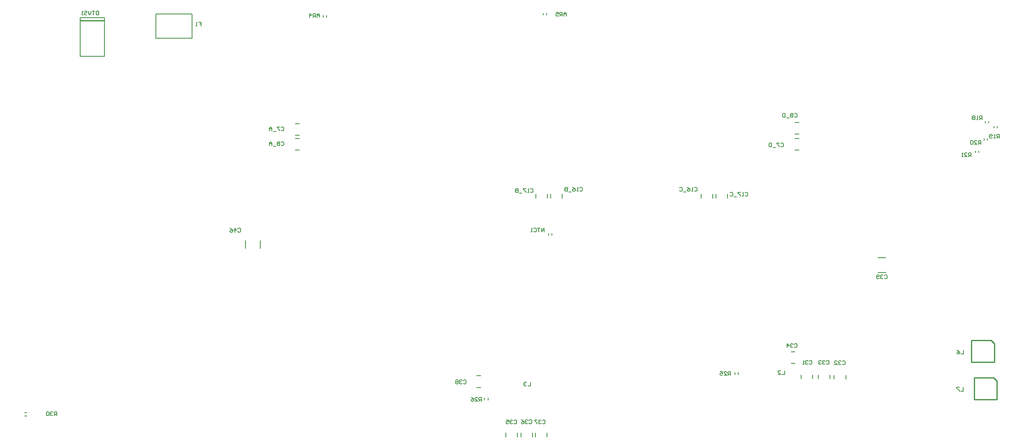
<source format=gbr>
G04 Layer_Color=32896*
%FSLAX45Y45*%
%MOMM*%
%TF.FileFunction,Legend,Bot*%
%TF.Part,Single*%
G01*
G75*
%TA.AperFunction,NonConductor*%
%ADD87C,0.20000*%
%ADD89C,0.25400*%
%ADD94C,0.15000*%
D87*
X4194998Y10611800D02*
X4445000D01*
X4194998Y9809805D02*
Y10611800D01*
Y9809805D02*
X4695002D01*
Y10611800D01*
X4445000D02*
X4695002D01*
X8621400Y8185800D02*
X8701400D01*
X8621400Y8425800D02*
X8701400D01*
X22825000Y8438200D02*
Y8478200D01*
X22895000Y8438200D02*
Y8478200D01*
X23072800Y8336600D02*
Y8376600D01*
X23002800Y8336600D02*
Y8376600D01*
X22869600Y8082600D02*
Y8122600D01*
X22799600Y8082600D02*
Y8122600D01*
X22691800Y7828600D02*
Y7868600D01*
X22621800Y7828600D02*
Y7868600D01*
X3053400Y2473400D02*
X3093400D01*
X3053400Y2403400D02*
X3093400D01*
X12589000Y2737000D02*
Y2777000D01*
X12519000Y2737000D02*
Y2777000D01*
X17742000Y3259000D02*
Y3299000D01*
X17672000Y3259000D02*
Y3299000D01*
X12953999Y1975000D02*
Y2055000D01*
X13194000Y1975000D02*
Y2055000D01*
X13264999Y1977000D02*
Y2057000D01*
X13505000Y1977000D02*
Y2057000D01*
X13564999Y1975000D02*
Y2055000D01*
X13805000Y1975000D02*
Y2055000D01*
X12357000Y3233000D02*
X12437000D01*
X12357000Y2993000D02*
X12437000D01*
X19033000Y3174000D02*
Y3254000D01*
X19273000Y3174000D02*
Y3254000D01*
X19716000Y3166000D02*
Y3246000D01*
X19956000Y3166000D02*
Y3246000D01*
X19386000Y3174000D02*
Y3254000D01*
X19625999Y3174000D02*
Y3254000D01*
X18828000Y3728000D02*
X18908000D01*
X18828000Y3488000D02*
X18908000D01*
X20621001Y5666800D02*
X20781000D01*
X20621001Y5356800D02*
X20781000D01*
X7592000Y5863600D02*
Y6023600D01*
X7902000Y5863600D02*
Y6023600D01*
X13903400Y6126800D02*
Y6166800D01*
X13833400Y6126800D02*
Y6166800D01*
X13796721Y10665775D02*
Y10705780D01*
X13726720Y10665775D02*
Y10705780D01*
X9265361Y10620055D02*
Y10660060D01*
X9195359Y10620055D02*
Y10660060D01*
X6493901Y10189403D02*
Y10439405D01*
X5748899Y10189403D02*
X6493901D01*
X5748899D02*
Y10689402D01*
X6493901D01*
Y10439405D02*
Y10689402D01*
X8621400Y7881000D02*
X8701400D01*
X8621400Y8121000D02*
X8701400D01*
X18908400Y7881000D02*
X18988400D01*
X18908400Y8121000D02*
X18988400D01*
X18908400Y8211200D02*
X18988400D01*
X18908400Y8451200D02*
X18988400D01*
X16974200Y6894200D02*
Y6974200D01*
X17214200Y6894200D02*
Y6974200D01*
X13875401Y6894200D02*
Y6974200D01*
X14115401Y6894200D02*
Y6974200D01*
X13570599Y6894200D02*
Y6974200D01*
X13810600Y6894200D02*
Y6974200D01*
X17278999Y6894200D02*
Y6974200D01*
X17519000Y6894200D02*
Y6974200D01*
D89*
X4194998Y10553705D02*
X4695002D01*
X23013000Y3513000D02*
Y3893000D01*
X22542999Y3513000D02*
X23013000D01*
X22542999D02*
Y3963000D01*
X22942999D01*
X23013000Y3893000D01*
X23064999Y2743000D02*
Y3123000D01*
X22595000Y2743000D02*
X23064999D01*
X22595000D02*
Y3193000D01*
X22995000D01*
X23064999Y3123000D01*
D94*
X4572000Y10747974D02*
Y10668000D01*
X4532013D01*
X4518684Y10681329D01*
Y10734645D01*
X4532013Y10747974D01*
X4572000D01*
X4492026D02*
X4438710D01*
X4465368D01*
Y10668000D01*
X4412052Y10747974D02*
Y10694658D01*
X4385394Y10668000D01*
X4358736Y10694658D01*
Y10747974D01*
X4278761Y10734645D02*
X4292090Y10747974D01*
X4318748D01*
X4332077Y10734645D01*
Y10721316D01*
X4318748Y10707987D01*
X4292090D01*
X4278761Y10694658D01*
Y10681329D01*
X4292090Y10668000D01*
X4318748D01*
X4332077Y10681329D01*
X4252103Y10668000D02*
X4225445D01*
X4238774D01*
Y10747974D01*
X4252103Y10734645D01*
X22378999Y3759974D02*
Y3680000D01*
X22325684D01*
X22245711Y3759974D02*
X22272368Y3746645D01*
X22299026Y3719987D01*
Y3693329D01*
X22285696Y3680000D01*
X22259039D01*
X22245711Y3693329D01*
Y3706658D01*
X22259039Y3719987D01*
X22299026D01*
X22371001Y2994974D02*
Y2915000D01*
X22317683D01*
X22291026Y2994974D02*
X22237711D01*
Y2981645D01*
X22291026Y2928329D01*
Y2915000D01*
X6626884Y10519374D02*
X6680200D01*
Y10479387D01*
X6653542D01*
X6680200D01*
Y10439400D01*
X6600226D02*
X6573568D01*
X6586897D01*
Y10519374D01*
X6600226Y10506045D01*
X9118600Y10617200D02*
Y10670516D01*
X9091942Y10697174D01*
X9065284Y10670516D01*
Y10617200D01*
Y10657187D01*
X9118600D01*
X9038626Y10617200D02*
Y10697174D01*
X8998639D01*
X8985310Y10683845D01*
Y10657187D01*
X8998639Y10643858D01*
X9038626D01*
X9011968D02*
X8985310Y10617200D01*
X8918664D02*
Y10697174D01*
X8958652Y10657187D01*
X8905336D01*
X14198599Y10642600D02*
Y10695916D01*
X14171942Y10722574D01*
X14145284Y10695916D01*
Y10642600D01*
Y10682587D01*
X14198599D01*
X14118626Y10642600D02*
Y10722574D01*
X14078639D01*
X14065311Y10709245D01*
Y10682587D01*
X14078639Y10669258D01*
X14118626D01*
X14091968D02*
X14065311Y10642600D01*
X13985336Y10722574D02*
X14038652D01*
Y10682587D01*
X14011993Y10695916D01*
X13998663D01*
X13985336Y10682587D01*
Y10655929D01*
X13998663Y10642600D01*
X14025322D01*
X14038652Y10655929D01*
X13741400Y6197600D02*
Y6277574D01*
X13688084Y6197600D01*
Y6277574D01*
X13661426D02*
X13608110D01*
X13634769D01*
Y6197600D01*
X13528136Y6264245D02*
X13541464Y6277574D01*
X13568121D01*
X13581451Y6264245D01*
Y6210929D01*
X13568121Y6197600D01*
X13541464D01*
X13528136Y6210929D01*
X13501477Y6197600D02*
X13474818D01*
X13488148D01*
Y6277574D01*
X13501477Y6264245D01*
X7438414Y6260435D02*
X7451743Y6273764D01*
X7478401D01*
X7491730Y6260435D01*
Y6207119D01*
X7478401Y6193790D01*
X7451743D01*
X7438414Y6207119D01*
X7371769Y6193790D02*
Y6273764D01*
X7411756Y6233777D01*
X7358440D01*
X7278466Y6273764D02*
X7305124Y6260435D01*
X7331782Y6233777D01*
Y6207119D01*
X7318452Y6193790D01*
X7291794D01*
X7278466Y6207119D01*
Y6220448D01*
X7291794Y6233777D01*
X7331782D01*
X20749284Y5299045D02*
X20762613Y5312374D01*
X20789272D01*
X20802600Y5299045D01*
Y5245729D01*
X20789272Y5232400D01*
X20762613D01*
X20749284Y5245729D01*
X20722626Y5299045D02*
X20709297Y5312374D01*
X20682639D01*
X20669310Y5299045D01*
Y5285716D01*
X20682639Y5272387D01*
X20695969D01*
X20682639D01*
X20669310Y5259058D01*
Y5245729D01*
X20682639Y5232400D01*
X20709297D01*
X20722626Y5245729D01*
X20642651D02*
X20629321Y5232400D01*
X20602664D01*
X20589336Y5245729D01*
Y5299045D01*
X20602664Y5312374D01*
X20629321D01*
X20642651Y5299045D01*
Y5285716D01*
X20629321Y5272387D01*
X20589336D01*
X18894684Y3882645D02*
X18908012Y3895974D01*
X18934671D01*
X18948000Y3882645D01*
Y3829329D01*
X18934671Y3816000D01*
X18908012D01*
X18894684Y3829329D01*
X18868027Y3882645D02*
X18854697Y3895974D01*
X18828040D01*
X18814709Y3882645D01*
Y3869316D01*
X18828040Y3855987D01*
X18841368D01*
X18828040D01*
X18814709Y3842658D01*
Y3829329D01*
X18828040Y3816000D01*
X18854697D01*
X18868027Y3829329D01*
X18748064Y3816000D02*
Y3895974D01*
X18788052Y3855987D01*
X18734735D01*
X19554282Y3535445D02*
X19567612Y3548774D01*
X19594269D01*
X19607597Y3535445D01*
Y3482129D01*
X19594269Y3468800D01*
X19567612D01*
X19554282Y3482129D01*
X19527625Y3535445D02*
X19514294Y3548774D01*
X19487637D01*
X19474307Y3535445D01*
Y3522116D01*
X19487637Y3508787D01*
X19500966D01*
X19487637D01*
X19474307Y3495458D01*
Y3482129D01*
X19487637Y3468800D01*
X19514294D01*
X19527625Y3482129D01*
X19447650Y3535445D02*
X19434322Y3548774D01*
X19407663D01*
X19394334Y3535445D01*
Y3522116D01*
X19407663Y3508787D01*
X19420992D01*
X19407663D01*
X19394334Y3495458D01*
Y3482129D01*
X19407663Y3468800D01*
X19434322D01*
X19447650Y3482129D01*
X19884282Y3527445D02*
X19897610Y3540774D01*
X19924269D01*
X19937598Y3527445D01*
Y3474129D01*
X19924269Y3460800D01*
X19897610D01*
X19884282Y3474129D01*
X19857623Y3527445D02*
X19844295Y3540774D01*
X19817638D01*
X19804308Y3527445D01*
Y3514116D01*
X19817638Y3500787D01*
X19830966D01*
X19817638D01*
X19804308Y3487458D01*
Y3474129D01*
X19817638Y3460800D01*
X19844295D01*
X19857623Y3474129D01*
X19724335Y3460800D02*
X19777650D01*
X19724335Y3514116D01*
Y3527445D01*
X19737663Y3540774D01*
X19764320D01*
X19777650Y3527445D01*
X19201282Y3535445D02*
X19214610Y3548774D01*
X19241269D01*
X19254597Y3535445D01*
Y3482129D01*
X19241269Y3468800D01*
X19214610D01*
X19201282Y3482129D01*
X19174625Y3535445D02*
X19161295Y3548774D01*
X19134637D01*
X19121307Y3535445D01*
Y3522116D01*
X19134637Y3508787D01*
X19147966D01*
X19134637D01*
X19121307Y3495458D01*
Y3482129D01*
X19134637Y3468800D01*
X19161295D01*
X19174625Y3482129D01*
X19094650Y3468800D02*
X19067992D01*
X19081322D01*
Y3548774D01*
X19094650Y3535445D01*
X12081684Y3135645D02*
X12095013Y3148974D01*
X12121671D01*
X12135000Y3135645D01*
Y3082329D01*
X12121671Y3069000D01*
X12095013D01*
X12081684Y3082329D01*
X12055026Y3135645D02*
X12041697Y3148974D01*
X12015039D01*
X12001710Y3135645D01*
Y3122316D01*
X12015039Y3108987D01*
X12028368D01*
X12015039D01*
X12001710Y3095658D01*
Y3082329D01*
X12015039Y3069000D01*
X12041697D01*
X12055026Y3082329D01*
X11975052Y3135645D02*
X11961723Y3148974D01*
X11935065D01*
X11921736Y3135645D01*
Y3122316D01*
X11935065Y3108987D01*
X11921736Y3095658D01*
Y3082329D01*
X11935065Y3069000D01*
X11961723D01*
X11975052Y3082329D01*
Y3095658D01*
X11961723Y3108987D01*
X11975052Y3122316D01*
Y3135645D01*
X11961723Y3108987D02*
X11935065D01*
X13708684Y2310245D02*
X13722012Y2323574D01*
X13748671D01*
X13762000Y2310245D01*
Y2256929D01*
X13748671Y2243600D01*
X13722012D01*
X13708684Y2256929D01*
X13682027Y2310245D02*
X13668697Y2323574D01*
X13642039D01*
X13628709Y2310245D01*
Y2296916D01*
X13642039Y2283587D01*
X13655368D01*
X13642039D01*
X13628709Y2270258D01*
Y2256929D01*
X13642039Y2243600D01*
X13668697D01*
X13682027Y2256929D01*
X13602052Y2323574D02*
X13548737D01*
Y2310245D01*
X13602052Y2256929D01*
Y2243600D01*
X13433284Y2312245D02*
X13446613Y2325574D01*
X13473271D01*
X13486600Y2312245D01*
Y2258929D01*
X13473271Y2245600D01*
X13446613D01*
X13433284Y2258929D01*
X13406625Y2312245D02*
X13393297Y2325574D01*
X13366640D01*
X13353310Y2312245D01*
Y2298916D01*
X13366640Y2285587D01*
X13379968D01*
X13366640D01*
X13353310Y2272258D01*
Y2258929D01*
X13366640Y2245600D01*
X13393297D01*
X13406625Y2258929D01*
X13273335Y2325574D02*
X13299994Y2312245D01*
X13326653Y2285587D01*
Y2258929D01*
X13313322Y2245600D01*
X13286665D01*
X13273335Y2258929D01*
Y2272258D01*
X13286665Y2285587D01*
X13326653D01*
X13123083Y2310245D02*
X13136414Y2323574D01*
X13163071D01*
X13176401Y2310245D01*
Y2256929D01*
X13163071Y2243600D01*
X13136414D01*
X13123083Y2256929D01*
X13096426Y2310245D02*
X13083096Y2323574D01*
X13056439D01*
X13043111Y2310245D01*
Y2296916D01*
X13056439Y2283587D01*
X13069768D01*
X13056439D01*
X13043111Y2270258D01*
Y2256929D01*
X13056439Y2243600D01*
X13083096D01*
X13096426Y2256929D01*
X12963136Y2323574D02*
X13016452D01*
Y2283587D01*
X12989793Y2296916D01*
X12976465D01*
X12963136Y2283587D01*
Y2256929D01*
X12976465Y2243600D01*
X13003123D01*
X13016452Y2256929D01*
X18692000Y3338974D02*
Y3259000D01*
X18638684D01*
X18558710D02*
X18612025D01*
X18558710Y3312316D01*
Y3325645D01*
X18572038Y3338974D01*
X18598697D01*
X18612025Y3325645D01*
X13462000Y3102974D02*
Y3023000D01*
X13408684D01*
X13382027Y3089645D02*
X13368697Y3102974D01*
X13342039D01*
X13328709Y3089645D01*
Y3076316D01*
X13342039Y3062987D01*
X13355368D01*
X13342039D01*
X13328709Y3049658D01*
Y3036329D01*
X13342039Y3023000D01*
X13368697D01*
X13382027Y3036329D01*
X17581000Y3240000D02*
Y3319974D01*
X17541013D01*
X17527684Y3306645D01*
Y3279987D01*
X17541013Y3266658D01*
X17581000D01*
X17554343D02*
X17527684Y3240000D01*
X17447710D02*
X17501025D01*
X17447710Y3293316D01*
Y3306645D01*
X17461038Y3319974D01*
X17487697D01*
X17501025Y3306645D01*
X17367735Y3319974D02*
X17421053D01*
Y3279987D01*
X17394392Y3293316D01*
X17381064D01*
X17367735Y3279987D01*
Y3253329D01*
X17381064Y3240000D01*
X17407722D01*
X17421053Y3253329D01*
X12454000Y2709000D02*
Y2788974D01*
X12414013D01*
X12400684Y2775645D01*
Y2748987D01*
X12414013Y2735658D01*
X12454000D01*
X12427342D02*
X12400684Y2709000D01*
X12320710D02*
X12374026D01*
X12320710Y2762316D01*
Y2775645D01*
X12334039Y2788974D01*
X12360697D01*
X12374026Y2775645D01*
X12240735Y2788974D02*
X12267394Y2775645D01*
X12294052Y2748987D01*
Y2722329D01*
X12280722Y2709000D01*
X12254064D01*
X12240735Y2722329D01*
Y2735658D01*
X12254064Y2748987D01*
X12294052D01*
X3708400Y2413000D02*
Y2492974D01*
X3668413D01*
X3655084Y2479645D01*
Y2452987D01*
X3668413Y2439658D01*
X3708400D01*
X3681742D02*
X3655084Y2413000D01*
X3628426Y2479645D02*
X3615097Y2492974D01*
X3588439D01*
X3575110Y2479645D01*
Y2466316D01*
X3588439Y2452987D01*
X3601768D01*
X3588439D01*
X3575110Y2439658D01*
Y2426329D01*
X3588439Y2413000D01*
X3615097D01*
X3628426Y2426329D01*
X3548452Y2479645D02*
X3535122Y2492974D01*
X3508464D01*
X3495136Y2479645D01*
Y2426329D01*
X3508464Y2413000D01*
X3535122D01*
X3548452Y2426329D01*
Y2479645D01*
X22529800Y7747000D02*
Y7826974D01*
X22489813D01*
X22476485Y7813645D01*
Y7786987D01*
X22489813Y7773658D01*
X22529800D01*
X22503142D02*
X22476485Y7747000D01*
X22396510D02*
X22449826D01*
X22396510Y7800316D01*
Y7813645D01*
X22409839Y7826974D01*
X22436497D01*
X22449826Y7813645D01*
X22369852Y7747000D02*
X22343195D01*
X22356522D01*
Y7826974D01*
X22369852Y7813645D01*
X22733000Y8001000D02*
Y8080974D01*
X22693013D01*
X22679684Y8067645D01*
Y8040987D01*
X22693013Y8027658D01*
X22733000D01*
X22706342D02*
X22679684Y8001000D01*
X22599710D02*
X22653026D01*
X22599710Y8054316D01*
Y8067645D01*
X22613039Y8080974D01*
X22639697D01*
X22653026Y8067645D01*
X22573051D02*
X22559721Y8080974D01*
X22533064D01*
X22519736Y8067645D01*
Y8014329D01*
X22533064Y8001000D01*
X22559721D01*
X22573051Y8014329D01*
Y8067645D01*
X23114000Y8128000D02*
Y8207974D01*
X23074013D01*
X23060684Y8194645D01*
Y8167987D01*
X23074013Y8154658D01*
X23114000D01*
X23087341D02*
X23060684Y8128000D01*
X23034026D02*
X23007368D01*
X23020697D01*
Y8207974D01*
X23034026Y8194645D01*
X22967381Y8141329D02*
X22954051Y8128000D01*
X22927393D01*
X22914064Y8141329D01*
Y8194645D01*
X22927393Y8207974D01*
X22954051D01*
X22967381Y8194645D01*
Y8181316D01*
X22954051Y8167987D01*
X22914064D01*
X22758400Y8509000D02*
Y8588974D01*
X22718413D01*
X22705084Y8575645D01*
Y8548987D01*
X22718413Y8535658D01*
X22758400D01*
X22731741D02*
X22705084Y8509000D01*
X22678426D02*
X22651768D01*
X22665097D01*
Y8588974D01*
X22678426Y8575645D01*
X22611781D02*
X22598451Y8588974D01*
X22571793D01*
X22558464Y8575645D01*
Y8562316D01*
X22571793Y8548987D01*
X22558464Y8535658D01*
Y8522329D01*
X22571793Y8509000D01*
X22598451D01*
X22611781Y8522329D01*
Y8535658D01*
X22598451Y8548987D01*
X22611781Y8562316D01*
Y8575645D01*
X22598451Y8548987D02*
X22571793D01*
X18615685Y8016845D02*
X18629013Y8030174D01*
X18655672D01*
X18669000Y8016845D01*
Y7963529D01*
X18655672Y7950200D01*
X18629013D01*
X18615685Y7963529D01*
X18589026Y8030174D02*
X18535710D01*
Y8016845D01*
X18589026Y7963529D01*
Y7950200D01*
X18509052Y7936871D02*
X18455736D01*
X18429077Y8030174D02*
Y7950200D01*
X18389090D01*
X18375761Y7963529D01*
Y8016845D01*
X18389090Y8030174D01*
X18429077D01*
X8328684Y8347045D02*
X8342013Y8360374D01*
X8368671D01*
X8382000Y8347045D01*
Y8293729D01*
X8368671Y8280400D01*
X8342013D01*
X8328684Y8293729D01*
X8302026Y8360374D02*
X8248710D01*
Y8347045D01*
X8302026Y8293729D01*
Y8280400D01*
X8222052Y8267071D02*
X8168736D01*
X8142077Y8280400D02*
Y8333716D01*
X8115419Y8360374D01*
X8088761Y8333716D01*
Y8280400D01*
Y8320387D01*
X8142077D01*
X18895084Y8626445D02*
X18908414Y8639774D01*
X18935071D01*
X18948399Y8626445D01*
Y8573129D01*
X18935071Y8559800D01*
X18908414D01*
X18895084Y8573129D01*
X18868427Y8626445D02*
X18855096Y8639774D01*
X18828439D01*
X18815109Y8626445D01*
Y8613116D01*
X18828439Y8599787D01*
X18815109Y8586458D01*
Y8573129D01*
X18828439Y8559800D01*
X18855096D01*
X18868427Y8573129D01*
Y8586458D01*
X18855096Y8599787D01*
X18868427Y8613116D01*
Y8626445D01*
X18855096Y8599787D02*
X18828439D01*
X18788452Y8546471D02*
X18735136D01*
X18708476Y8639774D02*
Y8559800D01*
X18668491D01*
X18655161Y8573129D01*
Y8626445D01*
X18668491Y8639774D01*
X18708476D01*
X8328684Y8042245D02*
X8342013Y8055574D01*
X8368671D01*
X8382000Y8042245D01*
Y7988929D01*
X8368671Y7975600D01*
X8342013D01*
X8328684Y7988929D01*
X8302026Y8042245D02*
X8288697Y8055574D01*
X8262039D01*
X8248710Y8042245D01*
Y8028916D01*
X8262039Y8015587D01*
X8248710Y8002258D01*
Y7988929D01*
X8262039Y7975600D01*
X8288697D01*
X8302026Y7988929D01*
Y8002258D01*
X8288697Y8015587D01*
X8302026Y8028916D01*
Y8042245D01*
X8288697Y8015587D02*
X8262039D01*
X8222052Y7962271D02*
X8168736D01*
X8142077Y7975600D02*
Y8028916D01*
X8115419Y8055574D01*
X8088761Y8028916D01*
Y7975600D01*
Y8015587D01*
X8142077D01*
X14475484Y7102445D02*
X14488812Y7115774D01*
X14515471D01*
X14528799Y7102445D01*
Y7049129D01*
X14515471Y7035800D01*
X14488812D01*
X14475484Y7049129D01*
X14448827Y7035800D02*
X14422168D01*
X14435497D01*
Y7115774D01*
X14448827Y7102445D01*
X14328864Y7115774D02*
X14355522Y7102445D01*
X14382181Y7075787D01*
Y7049129D01*
X14368851Y7035800D01*
X14342194D01*
X14328864Y7049129D01*
Y7062458D01*
X14342194Y7075787D01*
X14382181D01*
X14302206Y7022471D02*
X14248891D01*
X14222232Y7115774D02*
Y7035800D01*
X14182245D01*
X14168916Y7049129D01*
Y7062458D01*
X14182245Y7075787D01*
X14222232D01*
X14182245D01*
X14168916Y7089116D01*
Y7102445D01*
X14182245Y7115774D01*
X14222232D01*
X16837685Y7102445D02*
X16851013Y7115774D01*
X16877670D01*
X16891000Y7102445D01*
Y7049129D01*
X16877670Y7035800D01*
X16851013D01*
X16837685Y7049129D01*
X16811026Y7035800D02*
X16784367D01*
X16797697D01*
Y7115774D01*
X16811026Y7102445D01*
X16691064Y7115774D02*
X16717722Y7102445D01*
X16744382Y7075787D01*
Y7049129D01*
X16731052Y7035800D01*
X16704393D01*
X16691064Y7049129D01*
Y7062458D01*
X16704393Y7075787D01*
X16744382D01*
X16664406Y7022471D02*
X16611090D01*
X16531116Y7102445D02*
X16544444Y7115774D01*
X16571103D01*
X16584431Y7102445D01*
Y7049129D01*
X16571103Y7035800D01*
X16544444D01*
X16531116Y7049129D01*
X13459483Y7077045D02*
X13472813Y7090374D01*
X13499471D01*
X13512801Y7077045D01*
Y7023729D01*
X13499471Y7010400D01*
X13472813D01*
X13459483Y7023729D01*
X13432826Y7010400D02*
X13406168D01*
X13419498D01*
Y7090374D01*
X13432826Y7077045D01*
X13366180Y7090374D02*
X13312865D01*
Y7077045D01*
X13366180Y7023729D01*
Y7010400D01*
X13286206Y6997071D02*
X13232890D01*
X13206232Y7090374D02*
Y7010400D01*
X13166245D01*
X13152916Y7023729D01*
Y7037058D01*
X13166245Y7050387D01*
X13206232D01*
X13166245D01*
X13152916Y7063716D01*
Y7077045D01*
X13166245Y7090374D01*
X13206232D01*
X17879083Y7000845D02*
X17892413Y7014174D01*
X17919070D01*
X17932401Y7000845D01*
Y6947529D01*
X17919070Y6934200D01*
X17892413D01*
X17879083Y6947529D01*
X17852426Y6934200D02*
X17825768D01*
X17839098D01*
Y7014174D01*
X17852426Y7000845D01*
X17785780Y7014174D02*
X17732465D01*
Y7000845D01*
X17785780Y6947529D01*
Y6934200D01*
X17705806Y6920871D02*
X17652490D01*
X17572516Y7000845D02*
X17585844Y7014174D01*
X17612503D01*
X17625832Y7000845D01*
Y6947529D01*
X17612503Y6934200D01*
X17585844D01*
X17572516Y6947529D01*
%TF.MD5,5ee98c03f21be3e85e6ad95c38d038e1*%
M02*

</source>
